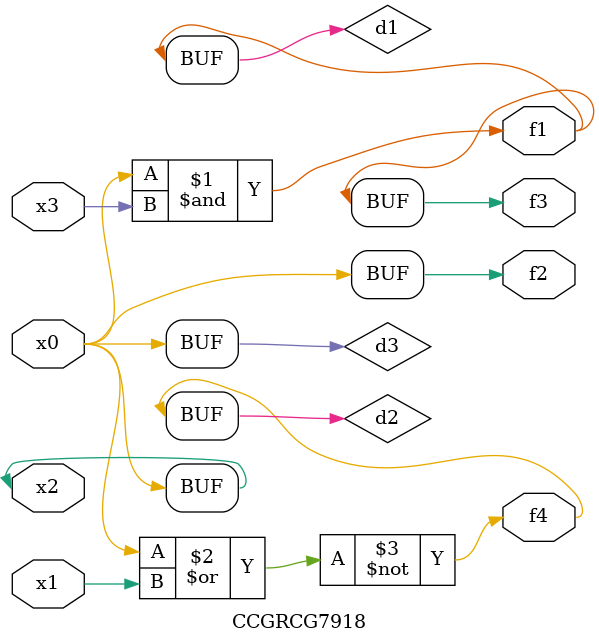
<source format=v>
module CCGRCG7918(
	input x0, x1, x2, x3,
	output f1, f2, f3, f4
);

	wire d1, d2, d3;

	and (d1, x2, x3);
	nor (d2, x0, x1);
	buf (d3, x0, x2);
	assign f1 = d1;
	assign f2 = d3;
	assign f3 = d1;
	assign f4 = d2;
endmodule

</source>
